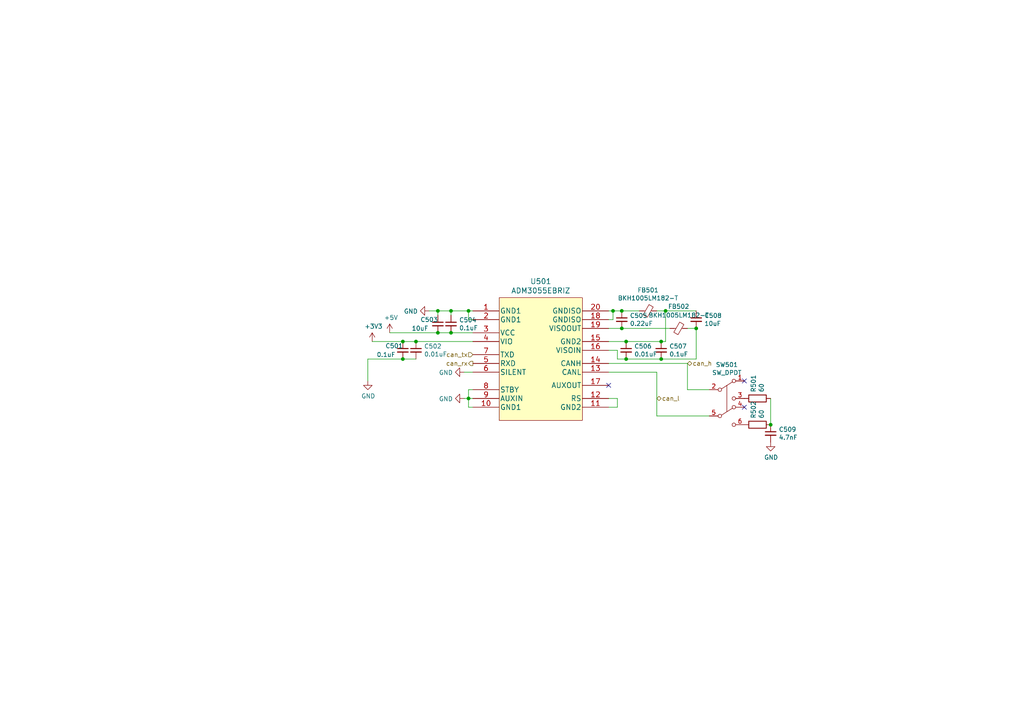
<source format=kicad_sch>
(kicad_sch (version 20211123) (generator eeschema)

  (uuid c9badf80-21f8-404a-b5df-18e98bffebf9)

  (paper "A4")

  (lib_symbols
    (symbol "Device:C_Small" (pin_numbers hide) (pin_names (offset 0.254) hide) (in_bom yes) (on_board yes)
      (property "Reference" "C" (id 0) (at 0.254 1.778 0)
        (effects (font (size 1.27 1.27)) (justify left))
      )
      (property "Value" "C_Small" (id 1) (at 0.254 -2.032 0)
        (effects (font (size 1.27 1.27)) (justify left))
      )
      (property "Footprint" "" (id 2) (at 0 0 0)
        (effects (font (size 1.27 1.27)) hide)
      )
      (property "Datasheet" "~" (id 3) (at 0 0 0)
        (effects (font (size 1.27 1.27)) hide)
      )
      (property "ki_keywords" "capacitor cap" (id 4) (at 0 0 0)
        (effects (font (size 1.27 1.27)) hide)
      )
      (property "ki_description" "Unpolarized capacitor, small symbol" (id 5) (at 0 0 0)
        (effects (font (size 1.27 1.27)) hide)
      )
      (property "ki_fp_filters" "C_*" (id 6) (at 0 0 0)
        (effects (font (size 1.27 1.27)) hide)
      )
      (symbol "C_Small_0_1"
        (polyline
          (pts
            (xy -1.524 -0.508)
            (xy 1.524 -0.508)
          )
          (stroke (width 0.3302) (type default) (color 0 0 0 0))
          (fill (type none))
        )
        (polyline
          (pts
            (xy -1.524 0.508)
            (xy 1.524 0.508)
          )
          (stroke (width 0.3048) (type default) (color 0 0 0 0))
          (fill (type none))
        )
      )
      (symbol "C_Small_1_1"
        (pin passive line (at 0 2.54 270) (length 2.032)
          (name "~" (effects (font (size 1.27 1.27))))
          (number "1" (effects (font (size 1.27 1.27))))
        )
        (pin passive line (at 0 -2.54 90) (length 2.032)
          (name "~" (effects (font (size 1.27 1.27))))
          (number "2" (effects (font (size 1.27 1.27))))
        )
      )
    )
    (symbol "Device:Ferrite_Bead_Small" (pin_numbers hide) (pin_names (offset 0)) (in_bom yes) (on_board yes)
      (property "Reference" "FB" (id 0) (at 1.905 1.27 0)
        (effects (font (size 1.27 1.27)) (justify left))
      )
      (property "Value" "Device_Ferrite_Bead_Small" (id 1) (at 1.905 -1.27 0)
        (effects (font (size 1.27 1.27)) (justify left))
      )
      (property "Footprint" "" (id 2) (at -1.778 0 90)
        (effects (font (size 1.27 1.27)) hide)
      )
      (property "Datasheet" "" (id 3) (at 0 0 0)
        (effects (font (size 1.27 1.27)) hide)
      )
      (property "ki_fp_filters" "Inductor_* L_* *Ferrite*" (id 4) (at 0 0 0)
        (effects (font (size 1.27 1.27)) hide)
      )
      (symbol "Ferrite_Bead_Small_0_1"
        (polyline
          (pts
            (xy 0 -1.27)
            (xy 0 -0.7874)
          )
          (stroke (width 0) (type default) (color 0 0 0 0))
          (fill (type none))
        )
        (polyline
          (pts
            (xy 0 0.889)
            (xy 0 1.2954)
          )
          (stroke (width 0) (type default) (color 0 0 0 0))
          (fill (type none))
        )
        (polyline
          (pts
            (xy -1.8288 0.2794)
            (xy -1.1176 1.4986)
            (xy 1.8288 -0.2032)
            (xy 1.1176 -1.4224)
            (xy -1.8288 0.2794)
          )
          (stroke (width 0) (type default) (color 0 0 0 0))
          (fill (type none))
        )
      )
      (symbol "Ferrite_Bead_Small_1_1"
        (pin passive line (at 0 2.54 270) (length 1.27)
          (name "~" (effects (font (size 1.27 1.27))))
          (number "1" (effects (font (size 1.27 1.27))))
        )
        (pin passive line (at 0 -2.54 90) (length 1.27)
          (name "~" (effects (font (size 1.27 1.27))))
          (number "2" (effects (font (size 1.27 1.27))))
        )
      )
    )
    (symbol "Device:R" (pin_numbers hide) (pin_names (offset 0)) (in_bom yes) (on_board yes)
      (property "Reference" "R" (id 0) (at 2.032 0 90)
        (effects (font (size 1.27 1.27)))
      )
      (property "Value" "R" (id 1) (at 0 0 90)
        (effects (font (size 1.27 1.27)))
      )
      (property "Footprint" "" (id 2) (at -1.778 0 90)
        (effects (font (size 1.27 1.27)) hide)
      )
      (property "Datasheet" "~" (id 3) (at 0 0 0)
        (effects (font (size 1.27 1.27)) hide)
      )
      (property "ki_keywords" "R res resistor" (id 4) (at 0 0 0)
        (effects (font (size 1.27 1.27)) hide)
      )
      (property "ki_description" "Resistor" (id 5) (at 0 0 0)
        (effects (font (size 1.27 1.27)) hide)
      )
      (property "ki_fp_filters" "R_*" (id 6) (at 0 0 0)
        (effects (font (size 1.27 1.27)) hide)
      )
      (symbol "R_0_1"
        (rectangle (start -1.016 -2.54) (end 1.016 2.54)
          (stroke (width 0.254) (type default) (color 0 0 0 0))
          (fill (type none))
        )
      )
      (symbol "R_1_1"
        (pin passive line (at 0 3.81 270) (length 1.27)
          (name "~" (effects (font (size 1.27 1.27))))
          (number "1" (effects (font (size 1.27 1.27))))
        )
        (pin passive line (at 0 -3.81 90) (length 1.27)
          (name "~" (effects (font (size 1.27 1.27))))
          (number "2" (effects (font (size 1.27 1.27))))
        )
      )
    )
    (symbol "LHRE_Component_Library:ADM3055EBRIZ" (pin_names (offset 0.254)) (in_bom yes) (on_board yes)
      (property "Reference" "U" (id 0) (at 19.05 8.89 0)
        (effects (font (size 1.524 1.524)))
      )
      (property "Value" "LHRE_Component_Library_ADM3055EBRIZ" (id 1) (at 19.05 6.35 0)
        (effects (font (size 1.524 1.524)))
      )
      (property "Footprint" "Package_SO:SOIC-20W_7.5x12.8mm_P1.27mm" (id 2) (at 20.32 -38.1 0)
        (effects (font (size 1.524 1.524)) hide)
      )
      (property "Datasheet" "https://www.analog.com/media/en/technical-documentation/data-sheets/ADM3055E-3057E.pdf" (id 3) (at 19.05 -34.29 0)
        (effects (font (size 1.524 1.524)) hide)
      )
      (property "ki_fp_filters" "RI_20_1" (id 4) (at 0 0 0)
        (effects (font (size 1.27 1.27)) hide)
      )
      (symbol "ADM3055EBRIZ_0_0"
        (pin input line (at 0 -12.7 0) (length 7.62)
          (name "TXD" (effects (font (size 1.4986 1.4986))))
          (number "7" (effects (font (size 1.4986 1.4986))))
        )
      )
      (symbol "ADM3055EBRIZ_0_1"
        (rectangle (start 7.62 3.81) (end 31.75 -31.75)
          (stroke (width 0) (type default) (color 0 0 0 0))
          (fill (type background))
        )
      )
      (symbol "ADM3055EBRIZ_1_0"
        (pin unspecified line (at 0 0 0) (length 7.62)
          (name "GND1" (effects (font (size 1.4986 1.4986))))
          (number "1" (effects (font (size 1.4986 1.4986))))
        )
        (pin unspecified line (at 0 -27.94 0) (length 7.62)
          (name "GND1" (effects (font (size 1.4986 1.4986))))
          (number "10" (effects (font (size 1.4986 1.4986))))
        )
        (pin unspecified line (at 39.37 -27.94 180) (length 7.62)
          (name "GND2" (effects (font (size 1.4986 1.4986))))
          (number "11" (effects (font (size 1.4986 1.4986))))
        )
        (pin unspecified line (at 39.37 -25.4 180) (length 7.62)
          (name "RS" (effects (font (size 1.4986 1.4986))))
          (number "12" (effects (font (size 1.4986 1.4986))))
        )
        (pin unspecified line (at 39.37 -17.78 180) (length 7.62)
          (name "CANL" (effects (font (size 1.4986 1.4986))))
          (number "13" (effects (font (size 1.4986 1.4986))))
        )
        (pin unspecified line (at 39.37 -15.24 180) (length 7.62)
          (name "CANH" (effects (font (size 1.4986 1.4986))))
          (number "14" (effects (font (size 1.4986 1.4986))))
        )
        (pin unspecified line (at 39.37 -8.89 180) (length 7.62)
          (name "GND2" (effects (font (size 1.4986 1.4986))))
          (number "15" (effects (font (size 1.4986 1.4986))))
        )
        (pin unspecified line (at 39.37 -11.43 180) (length 7.62)
          (name "VISOIN" (effects (font (size 1.4986 1.4986))))
          (number "16" (effects (font (size 1.4986 1.4986))))
        )
        (pin unspecified line (at 39.37 -21.59 180) (length 7.62)
          (name "AUXOUT" (effects (font (size 1.4986 1.4986))))
          (number "17" (effects (font (size 1.4986 1.4986))))
        )
        (pin unspecified line (at 39.37 -2.54 180) (length 7.62)
          (name "GNDISO" (effects (font (size 1.4986 1.4986))))
          (number "18" (effects (font (size 1.4986 1.4986))))
        )
        (pin unspecified line (at 39.37 -5.08 180) (length 7.62)
          (name "VISOOUT" (effects (font (size 1.4986 1.4986))))
          (number "19" (effects (font (size 1.4986 1.4986))))
        )
        (pin unspecified line (at 0 -2.54 0) (length 7.62)
          (name "GND1" (effects (font (size 1.4986 1.4986))))
          (number "2" (effects (font (size 1.4986 1.4986))))
        )
        (pin unspecified line (at 39.37 0 180) (length 7.62)
          (name "GNDISO" (effects (font (size 1.4986 1.4986))))
          (number "20" (effects (font (size 1.4986 1.4986))))
        )
        (pin unspecified line (at 0 -6.35 0) (length 7.62)
          (name "VCC" (effects (font (size 1.4986 1.4986))))
          (number "3" (effects (font (size 1.4986 1.4986))))
        )
        (pin unspecified line (at 0 -8.89 0) (length 7.62)
          (name "VIO" (effects (font (size 1.4986 1.4986))))
          (number "4" (effects (font (size 1.4986 1.4986))))
        )
        (pin output line (at 0 -15.24 0) (length 7.62)
          (name "RXD" (effects (font (size 1.4986 1.4986))))
          (number "5" (effects (font (size 1.4986 1.4986))))
        )
        (pin input line (at 0 -17.78 0) (length 7.62)
          (name "SILENT" (effects (font (size 1.4986 1.4986))))
          (number "6" (effects (font (size 1.4986 1.4986))))
        )
        (pin input line (at 0 -22.86 0) (length 7.62)
          (name "STBY" (effects (font (size 1.4986 1.4986))))
          (number "8" (effects (font (size 1.4986 1.4986))))
        )
        (pin input line (at 0 -25.4 0) (length 7.62)
          (name "AUXIN" (effects (font (size 1.4986 1.4986))))
          (number "9" (effects (font (size 1.4986 1.4986))))
        )
      )
    )
    (symbol "LHRE_Component_Library:SW_DPDT" (pin_names (offset 0) hide) (in_bom yes) (on_board yes)
      (property "Reference" "SW" (id 0) (at 0 4.318 0)
        (effects (font (size 1.27 1.27)))
      )
      (property "Value" "LHRE_Component_Library_SW_DPDT" (id 1) (at 0 -12.7 0)
        (effects (font (size 1.27 1.27)))
      )
      (property "Footprint" "" (id 2) (at 0 0 0)
        (effects (font (size 1.27 1.27)) hide)
      )
      (property "Datasheet" "" (id 3) (at 0 0 0)
        (effects (font (size 1.27 1.27)) hide)
      )
      (property "ki_fp_filters" "SW*DPDT*" (id 4) (at 0 0 0)
        (effects (font (size 1.27 1.27)) hide)
      )
      (symbol "SW_DPDT_0_0"
        (circle (center -2.032 0) (radius 0.508)
          (stroke (width 0) (type default) (color 0 0 0 0))
          (fill (type none))
        )
        (circle (center 2.032 -2.54) (radius 0.508)
          (stroke (width 0) (type default) (color 0 0 0 0))
          (fill (type none))
        )
      )
      (symbol "SW_DPDT_0_1"
        (polyline
          (pts
            (xy -1.524 0.254)
            (xy 1.651 2.286)
          )
          (stroke (width 0) (type default) (color 0 0 0 0))
          (fill (type none))
        )
        (polyline
          (pts
            (xy 0 1.27)
            (xy 0 -6.35)
          )
          (stroke (width 0) (type default) (color 0 0 0 0))
          (fill (type none))
        )
        (circle (center 2.032 2.54) (radius 0.508)
          (stroke (width 0) (type default) (color 0 0 0 0))
          (fill (type none))
        )
      )
      (symbol "SW_DPDT_1_1"
        (circle (center -2.032 -7.62) (radius 0.508)
          (stroke (width 0) (type default) (color 0 0 0 0))
          (fill (type none))
        )
        (polyline
          (pts
            (xy -1.524 -7.366)
            (xy 1.651 -5.334)
          )
          (stroke (width 0) (type default) (color 0 0 0 0))
          (fill (type none))
        )
        (circle (center 2.032 -10.16) (radius 0.508)
          (stroke (width 0) (type default) (color 0 0 0 0))
          (fill (type none))
        )
        (circle (center 2.032 -5.08) (radius 0.508)
          (stroke (width 0) (type default) (color 0 0 0 0))
          (fill (type none))
        )
        (pin passive line (at 5.08 2.54 180) (length 2.54)
          (name "A" (effects (font (size 1.27 1.27))))
          (number "1" (effects (font (size 1.27 1.27))))
        )
        (pin passive line (at -5.08 0 0) (length 2.54)
          (name "B" (effects (font (size 1.27 1.27))))
          (number "2" (effects (font (size 1.27 1.27))))
        )
        (pin passive line (at 5.08 -2.54 180) (length 2.54)
          (name "C" (effects (font (size 1.27 1.27))))
          (number "3" (effects (font (size 1.27 1.27))))
        )
        (pin passive line (at 5.08 -5.08 180) (length 2.54)
          (name "Passive" (effects (font (size 1.27 1.27))))
          (number "4" (effects (font (size 1.27 1.27))))
        )
        (pin passive line (at -5.08 -7.62 0) (length 2.54)
          (name "Passive" (effects (font (size 1.27 1.27))))
          (number "5" (effects (font (size 1.27 1.27))))
        )
        (pin passive line (at 5.08 -10.16 180) (length 2.54)
          (name "Passive" (effects (font (size 1.27 1.27))))
          (number "6" (effects (font (size 1.27 1.27))))
        )
      )
    )
    (symbol "power:+3.3V" (power) (pin_names (offset 0)) (in_bom yes) (on_board yes)
      (property "Reference" "#PWR" (id 0) (at 0 -3.81 0)
        (effects (font (size 1.27 1.27)) hide)
      )
      (property "Value" "+3.3V" (id 1) (at 0 3.556 0)
        (effects (font (size 1.27 1.27)))
      )
      (property "Footprint" "" (id 2) (at 0 0 0)
        (effects (font (size 1.27 1.27)) hide)
      )
      (property "Datasheet" "" (id 3) (at 0 0 0)
        (effects (font (size 1.27 1.27)) hide)
      )
      (property "ki_keywords" "power-flag" (id 4) (at 0 0 0)
        (effects (font (size 1.27 1.27)) hide)
      )
      (property "ki_description" "Power symbol creates a global label with name \"+3.3V\"" (id 5) (at 0 0 0)
        (effects (font (size 1.27 1.27)) hide)
      )
      (symbol "+3.3V_0_1"
        (polyline
          (pts
            (xy -0.762 1.27)
            (xy 0 2.54)
          )
          (stroke (width 0) (type default) (color 0 0 0 0))
          (fill (type none))
        )
        (polyline
          (pts
            (xy 0 0)
            (xy 0 2.54)
          )
          (stroke (width 0) (type default) (color 0 0 0 0))
          (fill (type none))
        )
        (polyline
          (pts
            (xy 0 2.54)
            (xy 0.762 1.27)
          )
          (stroke (width 0) (type default) (color 0 0 0 0))
          (fill (type none))
        )
      )
      (symbol "+3.3V_1_1"
        (pin power_in line (at 0 0 90) (length 0) hide
          (name "+3V3" (effects (font (size 1.27 1.27))))
          (number "1" (effects (font (size 1.27 1.27))))
        )
      )
    )
    (symbol "power:+5V" (power) (pin_names (offset 0)) (in_bom yes) (on_board yes)
      (property "Reference" "#PWR" (id 0) (at 0 -3.81 0)
        (effects (font (size 1.27 1.27)) hide)
      )
      (property "Value" "+5V" (id 1) (at 0 3.556 0)
        (effects (font (size 1.27 1.27)))
      )
      (property "Footprint" "" (id 2) (at 0 0 0)
        (effects (font (size 1.27 1.27)) hide)
      )
      (property "Datasheet" "" (id 3) (at 0 0 0)
        (effects (font (size 1.27 1.27)) hide)
      )
      (property "ki_keywords" "power-flag" (id 4) (at 0 0 0)
        (effects (font (size 1.27 1.27)) hide)
      )
      (property "ki_description" "Power symbol creates a global label with name \"+5V\"" (id 5) (at 0 0 0)
        (effects (font (size 1.27 1.27)) hide)
      )
      (symbol "+5V_0_1"
        (polyline
          (pts
            (xy -0.762 1.27)
            (xy 0 2.54)
          )
          (stroke (width 0) (type default) (color 0 0 0 0))
          (fill (type none))
        )
        (polyline
          (pts
            (xy 0 0)
            (xy 0 2.54)
          )
          (stroke (width 0) (type default) (color 0 0 0 0))
          (fill (type none))
        )
        (polyline
          (pts
            (xy 0 2.54)
            (xy 0.762 1.27)
          )
          (stroke (width 0) (type default) (color 0 0 0 0))
          (fill (type none))
        )
      )
      (symbol "+5V_1_1"
        (pin power_in line (at 0 0 90) (length 0) hide
          (name "+5V" (effects (font (size 1.27 1.27))))
          (number "1" (effects (font (size 1.27 1.27))))
        )
      )
    )
    (symbol "power:GND" (power) (pin_names (offset 0)) (in_bom yes) (on_board yes)
      (property "Reference" "#PWR" (id 0) (at 0 -6.35 0)
        (effects (font (size 1.27 1.27)) hide)
      )
      (property "Value" "GND" (id 1) (at 0 -3.81 0)
        (effects (font (size 1.27 1.27)))
      )
      (property "Footprint" "" (id 2) (at 0 0 0)
        (effects (font (size 1.27 1.27)) hide)
      )
      (property "Datasheet" "" (id 3) (at 0 0 0)
        (effects (font (size 1.27 1.27)) hide)
      )
      (property "ki_keywords" "power-flag" (id 4) (at 0 0 0)
        (effects (font (size 1.27 1.27)) hide)
      )
      (property "ki_description" "Power symbol creates a global label with name \"GND\" , ground" (id 5) (at 0 0 0)
        (effects (font (size 1.27 1.27)) hide)
      )
      (symbol "GND_0_1"
        (polyline
          (pts
            (xy 0 0)
            (xy 0 -1.27)
            (xy 1.27 -1.27)
            (xy 0 -2.54)
            (xy -1.27 -1.27)
            (xy 0 -1.27)
          )
          (stroke (width 0) (type default) (color 0 0 0 0))
          (fill (type none))
        )
      )
      (symbol "GND_1_1"
        (pin power_in line (at 0 0 270) (length 0) hide
          (name "GND" (effects (font (size 1.27 1.27))))
          (number "1" (effects (font (size 1.27 1.27))))
        )
      )
    )
  )

  (junction (at 177.8 90.17) (diameter 0) (color 0 0 0 0)
    (uuid 0938c137-668b-4d2f-b92b-cadb1df72bdb)
  )
  (junction (at 130.81 90.17) (diameter 0) (color 0 0 0 0)
    (uuid 0fc912fd-5036-4a55-b598-a9af40810824)
  )
  (junction (at 193.04 90.17) (diameter 0) (color 0 0 0 0)
    (uuid 16d5bf81-590a-4149-97e0-64f3b3ad6f52)
  )
  (junction (at 127 90.17) (diameter 0) (color 0 0 0 0)
    (uuid 1765d6b9-ca0e-49c2-8c3c-8ab35eb3909b)
  )
  (junction (at 135.89 115.57) (diameter 0) (color 0 0 0 0)
    (uuid 2e36ce87-4661-4b8f-956a-16dc559e1b50)
  )
  (junction (at 180.34 90.17) (diameter 0) (color 0 0 0 0)
    (uuid 42bd0f96-a831-406e-abb7-03ed1bbd785f)
  )
  (junction (at 135.89 90.17) (diameter 0) (color 0 0 0 0)
    (uuid 5b70b09b-6762-4725-9d48-805300c0bdc8)
  )
  (junction (at 191.77 104.14) (diameter 0) (color 0 0 0 0)
    (uuid 64256223-cf3b-4a78-97d3-f1dca769968f)
  )
  (junction (at 120.65 99.06) (diameter 0) (color 0 0 0 0)
    (uuid 680c3e83-f590-4924-85a1-36d51b076683)
  )
  (junction (at 181.61 104.14) (diameter 0) (color 0 0 0 0)
    (uuid 6f44a349-1ba9-4965-b217-aa1589a07228)
  )
  (junction (at 181.61 99.06) (diameter 0) (color 0 0 0 0)
    (uuid 8385d9f6-6997-423b-b38d-d0ab00c45f3f)
  )
  (junction (at 127 96.52) (diameter 0) (color 0 0 0 0)
    (uuid 9c0314b1-f82f-432d-95a0-65e191202552)
  )
  (junction (at 180.34 95.25) (diameter 0) (color 0 0 0 0)
    (uuid 9c5933cf-1535-4465-90dd-da9b75afcdcf)
  )
  (junction (at 116.84 99.06) (diameter 0) (color 0 0 0 0)
    (uuid be030c62-e776-405f-97d8-4a4c1aa2e428)
  )
  (junction (at 116.84 104.14) (diameter 0) (color 0 0 0 0)
    (uuid c62adb8b-b306-48da-b0ae-f6a287e54f62)
  )
  (junction (at 191.77 99.06) (diameter 0) (color 0 0 0 0)
    (uuid db902262-2864-4997-aeff-8abaa132424a)
  )
  (junction (at 130.81 96.52) (diameter 0) (color 0 0 0 0)
    (uuid e7893166-2c2c-41b4-bd84-76ebc2e06551)
  )
  (junction (at 223.52 123.19) (diameter 0) (color 0 0 0 0)
    (uuid f48f1d12-9008-4743-81e2-bdec45db64a1)
  )
  (junction (at 201.93 95.25) (diameter 0) (color 0 0 0 0)
    (uuid fec6f717-d723-4676-89ef-8ea691e209c2)
  )

  (no_connect (at 215.9 118.11) (uuid 29cd9e70-9b68-44f7-96b2-fe993c246832))
  (no_connect (at 215.9 110.49) (uuid 2e1d63b8-5189-41bb-8b6a-c4ada546b2d5))
  (no_connect (at 176.53 111.76) (uuid 6e9883d7-9642-4425-a248-b92a09f0624c))

  (wire (pts (xy 179.07 118.11) (xy 176.53 118.11))
    (stroke (width 0) (type default) (color 0 0 0 0))
    (uuid 004b7456-c25a-480f-88f6-723c1bcd9939)
  )
  (wire (pts (xy 181.61 104.14) (xy 179.07 104.14))
    (stroke (width 0) (type default) (color 0 0 0 0))
    (uuid 05e45f00-3c6b-4c0c-9ffb-3fe26fcda007)
  )
  (wire (pts (xy 116.84 99.06) (xy 107.95 99.06))
    (stroke (width 0) (type default) (color 0 0 0 0))
    (uuid 0cc094e7-c1c0-457d-bd94-3db91c23be55)
  )
  (wire (pts (xy 180.34 90.17) (xy 185.42 90.17))
    (stroke (width 0) (type default) (color 0 0 0 0))
    (uuid 0d095387-710d-4633-a6c3-04eab60b585a)
  )
  (wire (pts (xy 199.39 105.41) (xy 199.39 113.03))
    (stroke (width 0) (type default) (color 0 0 0 0))
    (uuid 0ff398d7-e6e2-4972-a7a4-438407886f34)
  )
  (wire (pts (xy 201.93 90.17) (xy 193.04 90.17))
    (stroke (width 0) (type default) (color 0 0 0 0))
    (uuid 18cf1537-83e6-4374-a277-6e3e21479ab0)
  )
  (wire (pts (xy 176.53 105.41) (xy 199.39 105.41))
    (stroke (width 0) (type default) (color 0 0 0 0))
    (uuid 18dee026-9999-4f10-8c36-736131349406)
  )
  (wire (pts (xy 199.39 95.25) (xy 201.93 95.25))
    (stroke (width 0) (type default) (color 0 0 0 0))
    (uuid 1b98de85-f9de-4825-baf2-c96991615275)
  )
  (wire (pts (xy 176.53 107.95) (xy 190.5 107.95))
    (stroke (width 0) (type default) (color 0 0 0 0))
    (uuid 22ab392d-1989-4185-9178-8083812ea067)
  )
  (wire (pts (xy 127 91.44) (xy 127 90.17))
    (stroke (width 0) (type default) (color 0 0 0 0))
    (uuid 2a6ee718-8cdf-4fa6-be7c-8fe885d98fd7)
  )
  (wire (pts (xy 135.89 115.57) (xy 135.89 118.11))
    (stroke (width 0) (type default) (color 0 0 0 0))
    (uuid 2d617fad-47fe-4db9-836a-4bceb9c31c3b)
  )
  (wire (pts (xy 181.61 99.06) (xy 191.77 99.06))
    (stroke (width 0) (type default) (color 0 0 0 0))
    (uuid 2fb9964c-4cd4-4e81-b5e8-f78759d3adb5)
  )
  (wire (pts (xy 137.16 99.06) (xy 120.65 99.06))
    (stroke (width 0) (type default) (color 0 0 0 0))
    (uuid 341dde39-440e-4d05-8def-6a5cecefd88c)
  )
  (wire (pts (xy 179.07 104.14) (xy 179.07 101.6))
    (stroke (width 0) (type default) (color 0 0 0 0))
    (uuid 40b38567-9d6a-4691-bccf-1b4dbe39957b)
  )
  (wire (pts (xy 134.62 107.95) (xy 137.16 107.95))
    (stroke (width 0) (type default) (color 0 0 0 0))
    (uuid 42f10020-b50a-4739-a546-6b63e441c980)
  )
  (wire (pts (xy 193.04 90.17) (xy 193.04 99.06))
    (stroke (width 0) (type default) (color 0 0 0 0))
    (uuid 444b2eaf-241d-42e5-8717-27a83d099c5b)
  )
  (wire (pts (xy 135.89 118.11) (xy 137.16 118.11))
    (stroke (width 0) (type default) (color 0 0 0 0))
    (uuid 4688ff87-8262-46f4-ad96-b5f4e529cfa9)
  )
  (wire (pts (xy 137.16 115.57) (xy 135.89 115.57))
    (stroke (width 0) (type default) (color 0 0 0 0))
    (uuid 4d3a1f72-d521-46ae-8fe1-3f8221038335)
  )
  (wire (pts (xy 190.5 120.65) (xy 205.74 120.65))
    (stroke (width 0) (type default) (color 0 0 0 0))
    (uuid 5099f397-6fe7-454f-899c-34e2b5f22ca7)
  )
  (wire (pts (xy 130.81 91.44) (xy 130.81 90.17))
    (stroke (width 0) (type default) (color 0 0 0 0))
    (uuid 55cff608-ab38-48d9-ac09-2d0a877ceca1)
  )
  (wire (pts (xy 180.34 90.17) (xy 177.8 90.17))
    (stroke (width 0) (type default) (color 0 0 0 0))
    (uuid 57543893-39bf-4d83-b4e0-8d020b4a6d48)
  )
  (wire (pts (xy 180.34 95.25) (xy 194.31 95.25))
    (stroke (width 0) (type default) (color 0 0 0 0))
    (uuid 629fdb7a-7978-43d0-987e-b84465775826)
  )
  (wire (pts (xy 135.89 113.03) (xy 137.16 113.03))
    (stroke (width 0) (type default) (color 0 0 0 0))
    (uuid 6316acb7-63a1-40e7-8695-2822d4a240b5)
  )
  (wire (pts (xy 223.52 115.57) (xy 223.52 123.19))
    (stroke (width 0) (type default) (color 0 0 0 0))
    (uuid 6474aa6c-825c-4f0f-9938-759b68df02a5)
  )
  (wire (pts (xy 137.16 92.71) (xy 135.89 92.71))
    (stroke (width 0) (type default) (color 0 0 0 0))
    (uuid 6ce41a48-c5e2-4d5f-8548-1c7b5c309a8a)
  )
  (wire (pts (xy 135.89 92.71) (xy 135.89 90.17))
    (stroke (width 0) (type default) (color 0 0 0 0))
    (uuid 843b53af-dd34-4db8-aa6b-5035b25affc7)
  )
  (wire (pts (xy 176.53 90.17) (xy 177.8 90.17))
    (stroke (width 0) (type default) (color 0 0 0 0))
    (uuid 8765371a-21c2-4fe3-a3af-88f5eb1f02a0)
  )
  (wire (pts (xy 116.84 104.14) (xy 120.65 104.14))
    (stroke (width 0) (type default) (color 0 0 0 0))
    (uuid 87a0ffb1-5477-4b20-a3ac-fef5af129a33)
  )
  (wire (pts (xy 127 96.52) (xy 130.81 96.52))
    (stroke (width 0) (type default) (color 0 0 0 0))
    (uuid 8ade7975-64a0-440a-8545-11958836bf48)
  )
  (wire (pts (xy 127 90.17) (xy 130.81 90.17))
    (stroke (width 0) (type default) (color 0 0 0 0))
    (uuid 92bd1111-b941-4c03-b7ec-a08a9359bc50)
  )
  (wire (pts (xy 190.5 90.17) (xy 193.04 90.17))
    (stroke (width 0) (type default) (color 0 0 0 0))
    (uuid 971d1932-4a99-4265-9c76-26e554bde4fe)
  )
  (wire (pts (xy 199.39 113.03) (xy 205.74 113.03))
    (stroke (width 0) (type default) (color 0 0 0 0))
    (uuid a12b751e-ae7a-468c-af3d-31ed4d501b01)
  )
  (wire (pts (xy 106.68 110.49) (xy 106.68 104.14))
    (stroke (width 0) (type default) (color 0 0 0 0))
    (uuid a4541b62-7a39-4707-9c6f-80dce1be9cee)
  )
  (wire (pts (xy 177.8 90.17) (xy 177.8 92.71))
    (stroke (width 0) (type default) (color 0 0 0 0))
    (uuid a647641f-bf16-4177-91ee-b01f347ff91c)
  )
  (wire (pts (xy 176.53 99.06) (xy 181.61 99.06))
    (stroke (width 0) (type default) (color 0 0 0 0))
    (uuid a6c7f556-10bb-4a6d-b61b-a732ec6fa5cc)
  )
  (wire (pts (xy 191.77 99.06) (xy 193.04 99.06))
    (stroke (width 0) (type default) (color 0 0 0 0))
    (uuid b21625e3-a75b-41d7-9f13-4c0e12ba16cb)
  )
  (wire (pts (xy 179.07 101.6) (xy 176.53 101.6))
    (stroke (width 0) (type default) (color 0 0 0 0))
    (uuid b45059f3-613f-4b7a-a70a-ed75a9e941e6)
  )
  (wire (pts (xy 179.07 115.57) (xy 179.07 118.11))
    (stroke (width 0) (type default) (color 0 0 0 0))
    (uuid b55dabdc-b790-4740-9349-75159cff975a)
  )
  (wire (pts (xy 113.03 96.52) (xy 127 96.52))
    (stroke (width 0) (type default) (color 0 0 0 0))
    (uuid b632afec-1444-4246-8afb-cc14a57567e7)
  )
  (wire (pts (xy 134.62 115.57) (xy 135.89 115.57))
    (stroke (width 0) (type default) (color 0 0 0 0))
    (uuid b66731e7-61d5-4447-bf6a-e91a62b82298)
  )
  (wire (pts (xy 106.68 104.14) (xy 116.84 104.14))
    (stroke (width 0) (type default) (color 0 0 0 0))
    (uuid b9c0c276-e6f1-47dd-b072-0f92904248ca)
  )
  (wire (pts (xy 135.89 115.57) (xy 135.89 113.03))
    (stroke (width 0) (type default) (color 0 0 0 0))
    (uuid c56bbebe-0c9a-418d-911e-b8ba7c53125d)
  )
  (wire (pts (xy 201.93 95.25) (xy 201.93 104.14))
    (stroke (width 0) (type default) (color 0 0 0 0))
    (uuid c8072c34-0f81-4552-9fbe-4bfe60c53e21)
  )
  (wire (pts (xy 130.81 96.52) (xy 137.16 96.52))
    (stroke (width 0) (type default) (color 0 0 0 0))
    (uuid d396ce56-1974-47b7-a41b-ae2b20ef835c)
  )
  (wire (pts (xy 190.5 107.95) (xy 190.5 120.65))
    (stroke (width 0) (type default) (color 0 0 0 0))
    (uuid d5a7688c-7438-4b6d-999f-4f2a3cb18fd6)
  )
  (wire (pts (xy 135.89 90.17) (xy 137.16 90.17))
    (stroke (width 0) (type default) (color 0 0 0 0))
    (uuid da337fe1-c322-4637-ad26-2622b82ac8ee)
  )
  (wire (pts (xy 176.53 95.25) (xy 180.34 95.25))
    (stroke (width 0) (type default) (color 0 0 0 0))
    (uuid dde4c43d-f33e-48ba-86f3-779fdfce00c2)
  )
  (wire (pts (xy 191.77 104.14) (xy 201.93 104.14))
    (stroke (width 0) (type default) (color 0 0 0 0))
    (uuid df93f76b-86da-45ae-87e2-4b691af12b00)
  )
  (wire (pts (xy 120.65 99.06) (xy 116.84 99.06))
    (stroke (width 0) (type default) (color 0 0 0 0))
    (uuid e07e1653-d05d-4bf2-bea3-6515a06de065)
  )
  (wire (pts (xy 130.81 90.17) (xy 135.89 90.17))
    (stroke (width 0) (type default) (color 0 0 0 0))
    (uuid e0b36e60-bb2b-489c-a764-1b81e551ce62)
  )
  (wire (pts (xy 181.61 104.14) (xy 191.77 104.14))
    (stroke (width 0) (type default) (color 0 0 0 0))
    (uuid ea7c53f9-3aa8-4198-9879-de95a5257915)
  )
  (wire (pts (xy 176.53 115.57) (xy 179.07 115.57))
    (stroke (width 0) (type default) (color 0 0 0 0))
    (uuid eafb53d1-7486-4935-b154-2efbffbed6ca)
  )
  (wire (pts (xy 177.8 92.71) (xy 176.53 92.71))
    (stroke (width 0) (type default) (color 0 0 0 0))
    (uuid ed952427-2217-4500-9bbc-0c2746b198ad)
  )
  (wire (pts (xy 127 90.17) (xy 124.46 90.17))
    (stroke (width 0) (type default) (color 0 0 0 0))
    (uuid f47374c3-cb2a-4769-880f-830c9b19222e)
  )

  (hierarchical_label "can_l" (shape bidirectional) (at 190.5 115.57 0)
    (effects (font (size 1.27 1.27)) (justify left))
    (uuid 832b5a8c-7fe2-47ff-beee-cebf840750bb)
  )
  (hierarchical_label "can_rx" (shape output) (at 137.16 105.41 180)
    (effects (font (size 1.27 1.27)) (justify right))
    (uuid 97e5f992-979e-4291-bd9a-a77c3fd4b1b5)
  )
  (hierarchical_label "can_h" (shape bidirectional) (at 199.39 105.41 0)
    (effects (font (size 1.27 1.27)) (justify left))
    (uuid b8b15b51-8345-4a1d-8ecf-04fc15b9e450)
  )
  (hierarchical_label "can_tx" (shape input) (at 137.16 102.87 180)
    (effects (font (size 1.27 1.27)) (justify right))
    (uuid c2a9d834-7cb1-4ec5-b0ba-ae56215ff9fc)
  )

  (symbol (lib_id "power:GND") (at 134.62 107.95 270) (unit 1)
    (in_bom yes) (on_board yes)
    (uuid 00000000-0000-0000-0000-00005d34db92)
    (property "Reference" "#PWR0505" (id 0) (at 128.27 107.95 0)
      (effects (font (size 1.27 1.27)) hide)
    )
    (property "Value" "GND" (id 1) (at 131.3688 108.077 90)
      (effects (font (size 1.27 1.27)) (justify right))
    )
    (property "Footprint" "" (id 2) (at 134.62 107.95 0)
      (effects (font (size 1.27 1.27)) hide)
    )
    (property "Datasheet" "" (id 3) (at 134.62 107.95 0)
      (effects (font (size 1.27 1.27)) hide)
    )
    (pin "1" (uuid 3bfb1aae-c644-4d4f-a765-c8a7094074f7))
  )

  (symbol (lib_id "power:GND") (at 124.46 90.17 270) (unit 1)
    (in_bom yes) (on_board yes)
    (uuid 00000000-0000-0000-0000-00005d34dbcc)
    (property "Reference" "#PWR0504" (id 0) (at 118.11 90.17 0)
      (effects (font (size 1.27 1.27)) hide)
    )
    (property "Value" "GND" (id 1) (at 121.2088 90.297 90)
      (effects (font (size 1.27 1.27)) (justify right))
    )
    (property "Footprint" "" (id 2) (at 124.46 90.17 0)
      (effects (font (size 1.27 1.27)) hide)
    )
    (property "Datasheet" "" (id 3) (at 124.46 90.17 0)
      (effects (font (size 1.27 1.27)) hide)
    )
    (pin "1" (uuid 23f94d69-c833-4974-bc73-3e805ed31c83))
  )

  (symbol (lib_id "power:GND") (at 134.62 115.57 270) (unit 1)
    (in_bom yes) (on_board yes)
    (uuid 00000000-0000-0000-0000-00005d34dc28)
    (property "Reference" "#PWR0506" (id 0) (at 128.27 115.57 0)
      (effects (font (size 1.27 1.27)) hide)
    )
    (property "Value" "GND" (id 1) (at 131.3688 115.697 90)
      (effects (font (size 1.27 1.27)) (justify right))
    )
    (property "Footprint" "" (id 2) (at 134.62 115.57 0)
      (effects (font (size 1.27 1.27)) hide)
    )
    (property "Datasheet" "" (id 3) (at 134.62 115.57 0)
      (effects (font (size 1.27 1.27)) hide)
    )
    (pin "1" (uuid 2ea0cb68-49c5-4e4b-b6df-da0b2c6fec1b))
  )

  (symbol (lib_id "Device:Ferrite_Bead_Small") (at 187.96 90.17 270) (unit 1)
    (in_bom yes) (on_board yes)
    (uuid 00000000-0000-0000-0000-00005d352624)
    (property "Reference" "FB501" (id 0) (at 187.96 84.1502 90))
    (property "Value" "BKH1005LM182-T" (id 1) (at 187.96 86.4616 90))
    (property "Footprint" "Resistor_SMD:R_0402_1005Metric" (id 2) (at 187.96 88.392 90)
      (effects (font (size 1.27 1.27)) hide)
    )
    (property "Datasheet" "BKH1005LM182-T Datasheet" (id 3) (at 187.96 90.17 0)
      (effects (font (size 1.27 1.27)) hide)
    )
    (property "Manufacturer" "TAIYO YUDEN" (id 4) (at 175.26 24.13 90)
      (effects (font (size 1.524 1.524)) hide)
    )
    (property "Part Number" "BKH1005LM182-T" (id 5) (at 175.26 24.13 90)
      (effects (font (size 1.524 1.524)) hide)
    )
    (property "Description" "FERRITE BEAD 1.8 KOHM 0402 1LN" (id 6) (at 175.26 24.13 90)
      (effects (font (size 1.524 1.524)) hide)
    )
    (property "Package" "0402" (id 7) (at 175.26 24.13 90)
      (effects (font (size 1.524 1.524)) hide)
    )
    (pin "1" (uuid 10f30af7-156a-4fab-862e-c0883bda6b56))
    (pin "2" (uuid 9f80625e-6acf-4ada-b94e-53c27d34a8b7))
  )

  (symbol (lib_id "LHRE_Component_Library:ADM3055EBRIZ") (at 137.16 90.17 0) (unit 1)
    (in_bom yes) (on_board yes)
    (uuid 00000000-0000-0000-0000-00005d3545db)
    (property "Reference" "U501" (id 0) (at 156.845 81.6102 0)
      (effects (font (size 1.524 1.524)))
    )
    (property "Value" "ADM3055EBRIZ" (id 1) (at 156.845 84.3026 0)
      (effects (font (size 1.524 1.524)))
    )
    (property "Footprint" "Package_SO:SOIC-20W_7.5x12.8mm_P1.27mm" (id 2) (at 157.48 128.27 0)
      (effects (font (size 1.524 1.524)) hide)
    )
    (property "Datasheet" "https://www.analog.com/media/en/technical-documentation/data-sheets/ADM3055E-3057E.pdf" (id 3) (at 156.21 124.46 0)
      (effects (font (size 1.524 1.524)) hide)
    )
    (property "Manufacturer" "Analog_Devices" (id 4) (at 121.92 102.87 90)
      (effects (font (size 1.524 1.524)) hide)
    )
    (property "Part Number" "ADM3055EBRIZ" (id 5) (at 121.92 102.87 90)
      (effects (font (size 1.524 1.524)) hide)
    )
    (property "Description" "IC TRANSCEIVER HALF 1/1 20SOIC" (id 6) (at 121.92 102.87 90)
      (effects (font (size 1.524 1.524)) hide)
    )
    (property "Package" "20SOIC" (id 7) (at 121.92 102.87 90)
      (effects (font (size 1.524 1.524)) hide)
    )
    (property "Notes" "." (id 8) (at 137.16 90.17 0)
      (effects (font (size 1.27 1.27)) hide)
    )
    (pin "7" (uuid d30208f9-b370-434c-b4c9-0074e171bc76))
    (pin "1" (uuid 0e56179c-abdb-4f24-b480-9c074ef0ec93))
    (pin "10" (uuid 02c03e1f-54f0-47b5-8090-790eaa8054e5))
    (pin "11" (uuid 68f06567-2b69-45e9-81a9-a5f6f8bfd0bf))
    (pin "12" (uuid cadab5c1-dca6-4f09-a896-85489de87688))
    (pin "13" (uuid 7dba1347-5b7d-4a79-8d17-34cc821d527b))
    (pin "14" (uuid c7ea397a-99e6-410a-91b7-7ea15f556617))
    (pin "15" (uuid 8e52f6a3-5111-450e-a955-5ebdced3f305))
    (pin "16" (uuid a85bb1b0-80f6-4e06-98d0-10282a5e8dd3))
    (pin "17" (uuid f8bf267d-d065-48a0-843f-ec5663a07604))
    (pin "18" (uuid b9b7b684-24aa-4fd1-9862-83cf2785a712))
    (pin "19" (uuid a961ea5b-b211-4a66-bb7c-7b59b4f0734b))
    (pin "2" (uuid 2f35d2a7-59cc-47bb-a788-112639f28595))
    (pin "20" (uuid 18db6166-df39-40cd-a339-2aa29a94e0d2))
    (pin "3" (uuid 1a60046b-8487-4ae0-8b3f-870cb0d99274))
    (pin "4" (uuid b6f40170-07ba-433b-b35a-553f6ac528ae))
    (pin "5" (uuid 854f4387-3ca1-4ede-a296-fb94988ed5ae))
    (pin "6" (uuid 65bbaae6-69e9-4ca4-83be-d5aab0f8751c))
    (pin "8" (uuid 73de1ab7-c5d7-4863-8d4f-289654839ef6))
    (pin "9" (uuid e9ddd26e-e60d-4701-9886-0683f7492851))
  )

  (symbol (lib_id "Device:Ferrite_Bead_Small") (at 196.85 95.25 270) (unit 1)
    (in_bom yes) (on_board yes)
    (uuid 00000000-0000-0000-0000-00005d354821)
    (property "Reference" "FB502" (id 0) (at 196.85 88.9 90))
    (property "Value" "BKH1005LM182-T" (id 1) (at 196.85 91.44 90))
    (property "Footprint" "Resistor_SMD:R_0402_1005Metric" (id 2) (at 196.85 93.472 90)
      (effects (font (size 1.27 1.27)) hide)
    )
    (property "Datasheet" "https://www.mouser.com/datasheet/2/396/mlci12_e-1516614.pdf" (id 3) (at 196.85 95.25 0)
      (effects (font (size 1.27 1.27)) hide)
    )
    (property "Manufacturer" "Taiyo Yuden" (id 4) (at 179.07 20.32 90)
      (effects (font (size 1.524 1.524)) hide)
    )
    (property "Part Number" "BKH1005LM182-T" (id 5) (at 179.07 20.32 90)
      (effects (font (size 1.524 1.524)) hide)
    )
    (property "Description" "FERRITE BEAD 1.8 KOHM 0402 1LN" (id 6) (at 179.07 20.32 90)
      (effects (font (size 1.524 1.524)) hide)
    )
    (property "Package" "0402" (id 7) (at 179.07 20.32 90)
      (effects (font (size 1.524 1.524)) hide)
    )
    (pin "1" (uuid 6b0c5405-68e1-4ef8-abb0-602bf18ff608))
    (pin "2" (uuid 4865cace-b4cc-41d7-8ff5-427e43f5bdda))
  )

  (symbol (lib_id "Device:C_Small") (at 180.34 92.71 0) (unit 1)
    (in_bom yes) (on_board yes)
    (uuid 00000000-0000-0000-0000-00005d354fd7)
    (property "Reference" "C505" (id 0) (at 182.6768 91.5416 0)
      (effects (font (size 1.27 1.27)) (justify left))
    )
    (property "Value" "0.22uF" (id 1) (at 182.6768 93.853 0)
      (effects (font (size 1.27 1.27)) (justify left))
    )
    (property "Footprint" "Capacitor_SMD:C_0603_1608Metric_Pad1.05x0.95mm_HandSolder" (id 2) (at 180.34 92.71 0)
      (effects (font (size 1.27 1.27)) hide)
    )
    (property "Datasheet" "~" (id 3) (at 180.34 92.71 0)
      (effects (font (size 1.27 1.27)) hide)
    )
    (property "Description" "CAP CER 0.22UF 25V X7R 0603" (id 4) (at 121.92 107.95 90)
      (effects (font (size 1.524 1.524)) hide)
    )
    (property "Package" "0603" (id 5) (at 121.92 107.95 90)
      (effects (font (size 1.524 1.524)) hide)
    )
    (pin "1" (uuid 475c382c-3be9-4aac-a386-7ec8e7ffb328))
    (pin "2" (uuid ab851e10-6952-453a-94c1-2661101c520a))
  )

  (symbol (lib_id "Device:C_Small") (at 201.93 92.71 0) (unit 1)
    (in_bom yes) (on_board yes)
    (uuid 00000000-0000-0000-0000-00005d35503e)
    (property "Reference" "C508" (id 0) (at 204.2668 91.5416 0)
      (effects (font (size 1.27 1.27)) (justify left))
    )
    (property "Value" "10uF" (id 1) (at 204.2668 93.853 0)
      (effects (font (size 1.27 1.27)) (justify left))
    )
    (property "Footprint" "Capacitor_SMD:C_0805_2012Metric_Pad1.15x1.40mm_HandSolder" (id 2) (at 201.93 92.71 0)
      (effects (font (size 1.27 1.27)) hide)
    )
    (property "Datasheet" "~" (id 3) (at 201.93 92.71 0)
      (effects (font (size 1.27 1.27)) hide)
    )
    (property "Description" "CAP CER 10UF 25V X7R 0805" (id 4) (at 121.92 107.95 90)
      (effects (font (size 1.524 1.524)) hide)
    )
    (property "Package" "0805" (id 5) (at 121.92 107.95 90)
      (effects (font (size 1.524 1.524)) hide)
    )
    (pin "1" (uuid cadfbee1-5938-40e2-a73c-24d10b84176d))
    (pin "2" (uuid 2a9bf6ab-a35b-4387-8e0d-5ccc0d8d7003))
  )

  (symbol (lib_id "Device:C_Small") (at 191.77 101.6 0) (unit 1)
    (in_bom yes) (on_board yes)
    (uuid 00000000-0000-0000-0000-00005d355dd8)
    (property "Reference" "C507" (id 0) (at 194.1068 100.4316 0)
      (effects (font (size 1.27 1.27)) (justify left))
    )
    (property "Value" "0.1uF" (id 1) (at 194.1068 102.743 0)
      (effects (font (size 1.27 1.27)) (justify left))
    )
    (property "Footprint" "Capacitor_SMD:C_0603_1608Metric_Pad1.05x0.95mm_HandSolder" (id 2) (at 191.77 101.6 0)
      (effects (font (size 1.27 1.27)) hide)
    )
    (property "Datasheet" "~" (id 3) (at 191.77 101.6 0)
      (effects (font (size 1.27 1.27)) hide)
    )
    (property "Description" "CAP CER 0.1UF 25V X7R 0603" (id 4) (at 121.92 125.73 90)
      (effects (font (size 1.524 1.524)) hide)
    )
    (property "Package" "0603" (id 5) (at 121.92 125.73 90)
      (effects (font (size 1.524 1.524)) hide)
    )
    (pin "1" (uuid 1bb15cbe-55b4-48a2-aa49-520eda844716))
    (pin "2" (uuid 9ffca120-0909-46a3-a973-cbcefd1da29d))
  )

  (symbol (lib_id "Device:C_Small") (at 181.61 101.6 0) (unit 1)
    (in_bom yes) (on_board yes)
    (uuid 00000000-0000-0000-0000-00005d355e69)
    (property "Reference" "C506" (id 0) (at 183.9468 100.4316 0)
      (effects (font (size 1.27 1.27)) (justify left))
    )
    (property "Value" "0.01uF" (id 1) (at 183.9468 102.743 0)
      (effects (font (size 1.27 1.27)) (justify left))
    )
    (property "Footprint" "Capacitor_SMD:C_0603_1608Metric_Pad1.05x0.95mm_HandSolder" (id 2) (at 181.61 101.6 0)
      (effects (font (size 1.27 1.27)) hide)
    )
    (property "Datasheet" "~" (id 3) (at 181.61 101.6 0)
      (effects (font (size 1.27 1.27)) hide)
    )
    (property "Description" "CAP CER 0.01UF 25V X7R 0603" (id 4) (at 121.92 125.73 90)
      (effects (font (size 1.524 1.524)) hide)
    )
    (property "Package" "0603" (id 5) (at 121.92 125.73 90)
      (effects (font (size 1.524 1.524)) hide)
    )
    (pin "1" (uuid eb440f79-c60b-465f-be6a-53abec2c7ee7))
    (pin "2" (uuid 26ea0450-d431-431c-9605-96d570a5d836))
  )

  (symbol (lib_id "Device:C_Small") (at 130.81 93.98 0) (unit 1)
    (in_bom yes) (on_board yes)
    (uuid 00000000-0000-0000-0000-00005d356913)
    (property "Reference" "C504" (id 0) (at 133.1468 92.8116 0)
      (effects (font (size 1.27 1.27)) (justify left))
    )
    (property "Value" "0.1uF" (id 1) (at 133.1468 95.123 0)
      (effects (font (size 1.27 1.27)) (justify left))
    )
    (property "Footprint" "Capacitor_SMD:C_0603_1608Metric_Pad1.05x0.95mm_HandSolder" (id 2) (at 130.81 93.98 0)
      (effects (font (size 1.27 1.27)) hide)
    )
    (property "Datasheet" "~" (id 3) (at 130.81 93.98 0)
      (effects (font (size 1.27 1.27)) hide)
    )
    (property "Description" "CAP CER 0.1UF 25V X7R 0603" (id 4) (at 121.92 110.49 90)
      (effects (font (size 1.524 1.524)) hide)
    )
    (property "Package" "0603" (id 5) (at 121.92 110.49 90)
      (effects (font (size 1.524 1.524)) hide)
    )
    (pin "1" (uuid c48ebe88-b6c9-463f-8070-556a966ccfea))
    (pin "2" (uuid f0c1ab08-39ef-43d1-9c99-b25f24e56ec9))
  )

  (symbol (lib_id "Device:C_Small") (at 127 93.98 0) (unit 1)
    (in_bom yes) (on_board yes)
    (uuid 00000000-0000-0000-0000-00005d3569ec)
    (property "Reference" "C503" (id 0) (at 121.92 92.71 0)
      (effects (font (size 1.27 1.27)) (justify left))
    )
    (property "Value" "10uF" (id 1) (at 119.38 95.25 0)
      (effects (font (size 1.27 1.27)) (justify left))
    )
    (property "Footprint" "Capacitor_SMD:C_0805_2012Metric_Pad1.15x1.40mm_HandSolder" (id 2) (at 127 93.98 0)
      (effects (font (size 1.27 1.27)) hide)
    )
    (property "Datasheet" "~" (id 3) (at 127 93.98 0)
      (effects (font (size 1.27 1.27)) hide)
    )
    (property "Description" "CAP CER 10UF 25V X7R 0805" (id 4) (at 121.92 110.49 90)
      (effects (font (size 1.524 1.524)) hide)
    )
    (property "Package" "0805" (id 5) (at 121.92 110.49 90)
      (effects (font (size 1.524 1.524)) hide)
    )
    (pin "1" (uuid 15e29ac9-f47e-45fe-997e-3f9dee62b2ab))
    (pin "2" (uuid f6173c35-45e3-4a89-986d-7a10a38623b2))
  )

  (symbol (lib_id "Device:C_Small") (at 120.65 101.6 0) (unit 1)
    (in_bom yes) (on_board yes)
    (uuid 00000000-0000-0000-0000-00005d356f94)
    (property "Reference" "C502" (id 0) (at 122.9868 100.4316 0)
      (effects (font (size 1.27 1.27)) (justify left))
    )
    (property "Value" "0.01uF" (id 1) (at 122.9868 102.743 0)
      (effects (font (size 1.27 1.27)) (justify left))
    )
    (property "Footprint" "Capacitor_SMD:C_0603_1608Metric_Pad1.05x0.95mm_HandSolder" (id 2) (at 120.65 101.6 0)
      (effects (font (size 1.27 1.27)) hide)
    )
    (property "Datasheet" "~" (id 3) (at 120.65 101.6 0)
      (effects (font (size 1.27 1.27)) hide)
    )
    (property "Description" "CAP CER 0.01UF 25V X7R 0603" (id 4) (at 121.92 125.73 90)
      (effects (font (size 1.524 1.524)) hide)
    )
    (property "Package" "0603" (id 5) (at 121.92 125.73 90)
      (effects (font (size 1.524 1.524)) hide)
    )
    (pin "1" (uuid 59e93f3a-3c98-4875-8a80-92fabd0f9f3d))
    (pin "2" (uuid 5729e236-4f42-43f1-86dc-6f1c05de3707))
  )

  (symbol (lib_id "Device:C_Small") (at 116.84 101.6 0) (unit 1)
    (in_bom yes) (on_board yes)
    (uuid 00000000-0000-0000-0000-00005d356f9b)
    (property "Reference" "C501" (id 0) (at 111.76 100.33 0)
      (effects (font (size 1.27 1.27)) (justify left))
    )
    (property "Value" "0.1uF" (id 1) (at 109.22 102.87 0)
      (effects (font (size 1.27 1.27)) (justify left))
    )
    (property "Footprint" "Capacitor_SMD:C_0603_1608Metric_Pad1.05x0.95mm_HandSolder" (id 2) (at 116.84 101.6 0)
      (effects (font (size 1.27 1.27)) hide)
    )
    (property "Datasheet" "~" (id 3) (at 116.84 101.6 0)
      (effects (font (size 1.27 1.27)) hide)
    )
    (property "Description" "CAP CER 0.1UF 25V X7R 0603" (id 4) (at 121.92 125.73 90)
      (effects (font (size 1.524 1.524)) hide)
    )
    (property "Package" "0603" (id 5) (at 121.92 125.73 90)
      (effects (font (size 1.524 1.524)) hide)
    )
    (pin "1" (uuid 15e4aade-e5bb-4576-bebd-e871c40b1fc8))
    (pin "2" (uuid ec023949-d86c-4d93-8bea-4969705fc938))
  )

  (symbol (lib_id "power:+3.3V") (at 107.95 99.06 0) (unit 1)
    (in_bom yes) (on_board yes)
    (uuid 00000000-0000-0000-0000-00005d35ca0d)
    (property "Reference" "#PWR0502" (id 0) (at 107.95 102.87 0)
      (effects (font (size 1.27 1.27)) hide)
    )
    (property "Value" "+3.3V" (id 1) (at 108.331 94.6658 0))
    (property "Footprint" "" (id 2) (at 107.95 99.06 0)
      (effects (font (size 1.27 1.27)) hide)
    )
    (property "Datasheet" "" (id 3) (at 107.95 99.06 0)
      (effects (font (size 1.27 1.27)) hide)
    )
    (pin "1" (uuid b0d5b05a-66a7-4759-bc75-c7f3bbbe2fe2))
  )

  (symbol (lib_id "power:+5V") (at 113.03 96.52 0) (unit 1)
    (in_bom yes) (on_board yes)
    (uuid 00000000-0000-0000-0000-00005d35ca61)
    (property "Reference" "#PWR0503" (id 0) (at 113.03 100.33 0)
      (effects (font (size 1.27 1.27)) hide)
    )
    (property "Value" "+5V" (id 1) (at 113.411 92.1258 0))
    (property "Footprint" "" (id 2) (at 113.03 96.52 0)
      (effects (font (size 1.27 1.27)) hide)
    )
    (property "Datasheet" "" (id 3) (at 113.03 96.52 0)
      (effects (font (size 1.27 1.27)) hide)
    )
    (pin "1" (uuid 6487f2a2-e341-4174-9366-c62c0c740499))
  )

  (symbol (lib_id "power:GND") (at 106.68 110.49 0) (unit 1)
    (in_bom yes) (on_board yes)
    (uuid 00000000-0000-0000-0000-00005d35cbc1)
    (property "Reference" "#PWR0501" (id 0) (at 106.68 116.84 0)
      (effects (font (size 1.27 1.27)) hide)
    )
    (property "Value" "GND" (id 1) (at 106.807 114.8842 0))
    (property "Footprint" "" (id 2) (at 106.68 110.49 0)
      (effects (font (size 1.27 1.27)) hide)
    )
    (property "Datasheet" "" (id 3) (at 106.68 110.49 0)
      (effects (font (size 1.27 1.27)) hide)
    )
    (pin "1" (uuid f501ba1c-6c21-4b80-b4e6-6bf66ef2e4c9))
  )

  (symbol (lib_id "Device:R") (at 219.71 115.57 90) (unit 1)
    (in_bom yes) (on_board yes)
    (uuid 00000000-0000-0000-0000-00005d5d7810)
    (property "Reference" "R501" (id 0) (at 218.5416 113.792 0)
      (effects (font (size 1.27 1.27)) (justify left))
    )
    (property "Value" "60" (id 1) (at 220.853 113.792 0)
      (effects (font (size 1.27 1.27)) (justify left))
    )
    (property "Footprint" "Resistor_SMD:R_0603_1608Metric_Pad1.05x0.95mm_HandSolder" (id 2) (at 219.71 117.348 90)
      (effects (font (size 1.27 1.27)) hide)
    )
    (property "Datasheet" "~" (id 3) (at 219.71 115.57 0)
      (effects (font (size 1.27 1.27)) hide)
    )
    (property "Description" "RES SMD 60 OHM 1% 0603" (id 4) (at 265.43 186.69 90)
      (effects (font (size 1.524 1.524)) hide)
    )
    (property "Package" "." (id 5) (at 265.43 186.69 90)
      (effects (font (size 1.524 1.524)) hide)
    )
    (property "Notes" "." (id 6) (at 219.71 115.57 0)
      (effects (font (size 1.27 1.27)) hide)
    )
    (pin "1" (uuid 3244a4c9-b4f3-45ae-8e37-c7a25cc8896c))
    (pin "2" (uuid b162ee87-7dcc-4938-96b7-6e3f16012cae))
  )

  (symbol (lib_id "Device:R") (at 219.71 123.19 90) (unit 1)
    (in_bom yes) (on_board yes)
    (uuid 00000000-0000-0000-0000-00005d88a983)
    (property "Reference" "R502" (id 0) (at 218.5416 121.412 0)
      (effects (font (size 1.27 1.27)) (justify left))
    )
    (property "Value" "60" (id 1) (at 220.853 121.412 0)
      (effects (font (size 1.27 1.27)) (justify left))
    )
    (property "Footprint" "Resistor_SMD:R_0603_1608Metric_Pad1.05x0.95mm_HandSolder" (id 2) (at 219.71 124.968 90)
      (effects (font (size 1.27 1.27)) hide)
    )
    (property "Datasheet" "~" (id 3) (at 219.71 123.19 0)
      (effects (font (size 1.27 1.27)) hide)
    )
    (property "Description" "RES SMD 60 OHM 1% 0603" (id 4) (at 265.43 194.31 90)
      (effects (font (size 1.524 1.524)) hide)
    )
    (property "Package" "." (id 5) (at 265.43 194.31 90)
      (effects (font (size 1.524 1.524)) hide)
    )
    (property "Notes" "." (id 6) (at 219.71 123.19 0)
      (effects (font (size 1.27 1.27)) hide)
    )
    (pin "1" (uuid 6391b1eb-9d8b-425f-86b8-48218eaa4daa))
    (pin "2" (uuid cd0f8e06-994e-4c28-9364-38ac4962a419))
  )

  (symbol (lib_id "Device:C_Small") (at 223.52 125.73 0) (unit 1)
    (in_bom yes) (on_board yes)
    (uuid 00000000-0000-0000-0000-00005d8917a1)
    (property "Reference" "C509" (id 0) (at 225.8568 124.5616 0)
      (effects (font (size 1.27 1.27)) (justify left))
    )
    (property "Value" "4.7nF" (id 1) (at 225.8568 126.873 0)
      (effects (font (size 1.27 1.27)) (justify left))
    )
    (property "Footprint" "Capacitor_SMD:C_0603_1608Metric_Pad1.05x0.95mm_HandSolder" (id 2) (at 223.52 125.73 0)
      (effects (font (size 1.27 1.27)) hide)
    )
    (property "Datasheet" "~" (id 3) (at 223.52 125.73 0)
      (effects (font (size 1.27 1.27)) hide)
    )
    (property "Description" "CAP CER 4.7NF 25V X7R 0603" (id 4) (at 143.51 140.97 90)
      (effects (font (size 1.524 1.524)) hide)
    )
    (property "Package" "0603" (id 5) (at 143.51 140.97 90)
      (effects (font (size 1.524 1.524)) hide)
    )
    (pin "1" (uuid aea0762f-9b4b-49c8-b311-2b433e5a47c4))
    (pin "2" (uuid 96a38568-8bb9-48d5-b36c-a2a24c512831))
  )

  (symbol (lib_id "power:GND") (at 223.52 128.27 0) (unit 1)
    (in_bom yes) (on_board yes)
    (uuid 00000000-0000-0000-0000-00005d891f44)
    (property "Reference" "#PWR0507" (id 0) (at 223.52 134.62 0)
      (effects (font (size 1.27 1.27)) hide)
    )
    (property "Value" "GND" (id 1) (at 223.647 132.6642 0))
    (property "Footprint" "" (id 2) (at 223.52 128.27 0)
      (effects (font (size 1.27 1.27)) hide)
    )
    (property "Datasheet" "" (id 3) (at 223.52 128.27 0)
      (effects (font (size 1.27 1.27)) hide)
    )
    (pin "1" (uuid 8a7eae2c-22eb-495d-974c-589a6b64e6c7))
  )

  (symbol (lib_id "LHRE_Component_Library:SW_DPDT") (at 210.82 113.03 0) (unit 1)
    (in_bom yes) (on_board yes)
    (uuid 00000000-0000-0000-0000-00005d8e1194)
    (property "Reference" "SW501" (id 0) (at 210.82 105.791 0))
    (property "Value" "SW_DPDT" (id 1) (at 210.82 108.1024 0))
    (property "Footprint" "LHRE Footprint Library:OS202011MS2QN1_DPDT_Vertical" (id 2) (at 210.82 113.03 0)
      (effects (font (size 1.27 1.27)) hide)
    )
    (property "Datasheet" "http://datasheet.octopart.com/OS202011MS2QS1-C%26K-Components-datasheet-100062965.pdf" (id 3) (at 210.82 113.03 0)
      (effects (font (size 1.27 1.27)) hide)
    )
    (property "Manufacturer" "C&K Components" (id 4) (at 210.82 113.03 0)
      (effects (font (size 1.27 1.27)) hide)
    )
    (property "Part Number" "OS202011MS2QN1" (id 5) (at 210.82 113.03 0)
      (effects (font (size 1.27 1.27)) hide)
    )
    (property "Description" "Switch Slide ON ON DPDT Top Slide 0.1A 12VDC 10000Cycle PC Pins Bracket Mount/Through Hole" (id 6) (at 210.82 113.03 0)
      (effects (font (size 1.27 1.27)) hide)
    )
    (property "Package" "OS202011MS2QN1" (id 7) (at 210.82 113.03 0)
      (effects (font (size 1.27 1.27)) hide)
    )
    (property "Notes" "." (id 8) (at 210.82 113.03 0)
      (effects (font (size 1.27 1.27)) hide)
    )
    (pin "1" (uuid 684b5af9-c559-413d-a2a1-d50e9e882394))
    (pin "2" (uuid 7e997d54-5337-4edd-9582-caf600f8dd0f))
    (pin "3" (uuid 9bd04ddd-d06e-4160-a2d6-9c7dbc062ae6))
    (pin "4" (uuid 48b46dd1-2b09-4753-98a1-1f2e36e6275b))
    (pin "5" (uuid 77101aac-1b93-4115-9c56-a1cc7654c887))
    (pin "6" (uuid 198bf232-10a7-4a06-a497-d1caa76d8d6a))
  )
)

</source>
